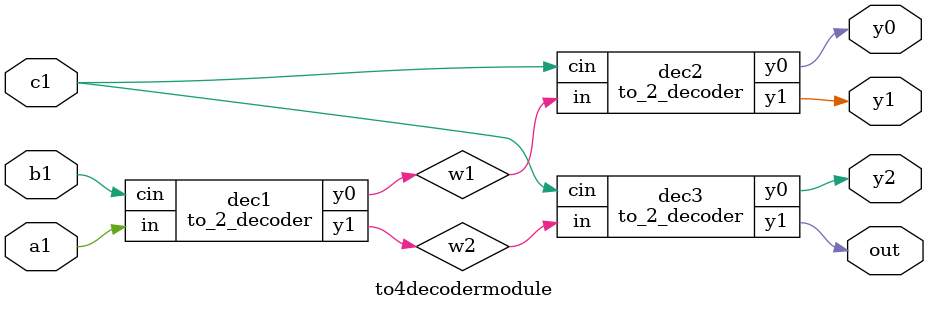
<source format=sv>
`timescale 1ns / 1ps
module to_2_decoder(input in,cin,output y0,y1);
assign y0 = in & cin;
assign y1 = in & ~cin;
endmodule

module to4decodermodule(input a1, b1, c1, output y0, y1, y2, out);
wire w1, w2;
to_2_decoder dec1(a1, b1, w1, w2);
to_2_decoder dec2(w1, c1, y0,y1);
to_2_decoder dec3(w2, c1, y2,out);
endmodule


</source>
